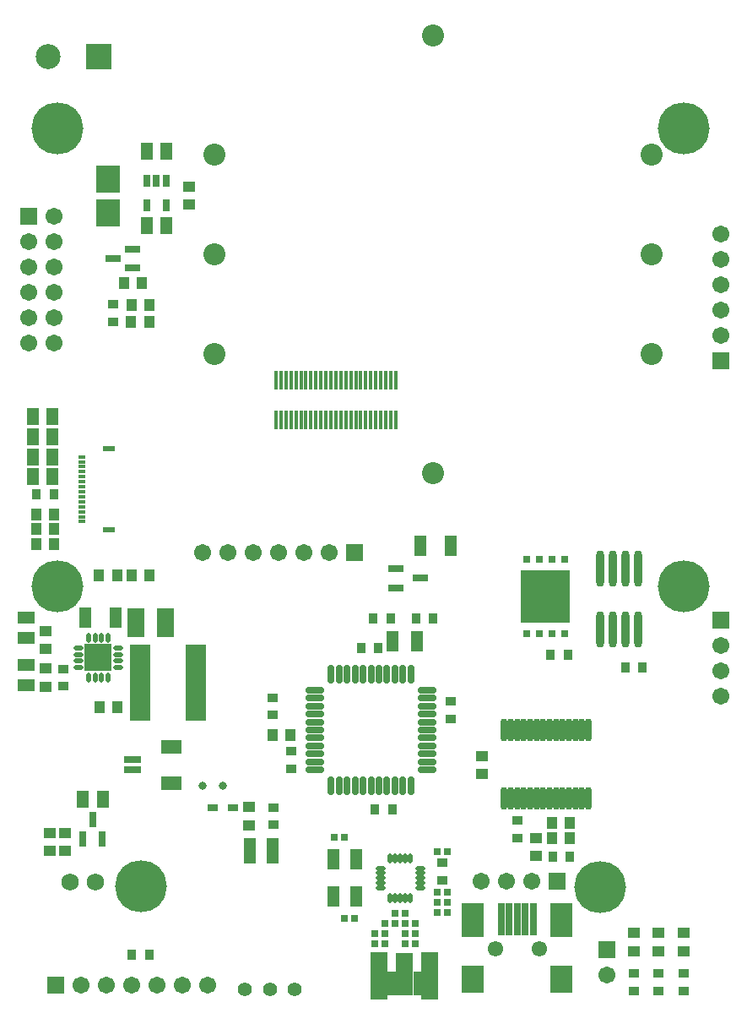
<source format=gts>
%FSLAX25Y25*%
%MOIN*%
G70*
G01*
G75*
G04 Layer_Color=8388736*
%ADD10R,0.03740X0.03150*%
%ADD11R,0.04134X0.05906*%
%ADD12R,0.02362X0.04134*%
%ADD13R,0.03543X0.02953*%
%ADD14R,0.07087X0.29528*%
%ADD15O,0.01378X0.03150*%
%ADD16O,0.03150X0.01378*%
%ADD17R,0.09843X0.09843*%
%ADD18R,0.01969X0.12205*%
%ADD19R,0.07874X0.09843*%
%ADD20R,0.07874X0.12992*%
%ADD21R,0.02362X0.05512*%
%ADD22R,0.04331X0.05709*%
%ADD23R,0.00984X0.07087*%
%ADD24O,0.06890X0.02165*%
%ADD25O,0.02165X0.06890*%
%ADD26R,0.02953X0.03543*%
%ADD27R,0.03150X0.03740*%
%ADD28R,0.04331X0.07480*%
%ADD29R,0.05709X0.04331*%
%ADD30R,0.04134X0.07087*%
%ADD31R,0.03937X0.09055*%
%ADD32R,0.05512X0.02362*%
%ADD33R,0.04331X0.07480*%
%ADD34O,0.03150X0.01181*%
%ADD35O,0.01181X0.03150*%
%ADD36R,0.02362X0.02362*%
%ADD37R,0.03937X0.01181*%
%ADD38R,0.02756X0.01181*%
%ADD39R,0.07087X0.04724*%
%ADD40R,0.06102X0.02362*%
%ADD41R,0.05906X0.11024*%
%ADD42R,0.03150X0.01969*%
%ADD43R,0.04134X0.08661*%
%ADD44R,0.05906X0.17716*%
%ADD45R,0.05906X0.16142*%
%ADD46O,0.01772X0.08268*%
%ADD47O,0.02362X0.13583*%
%ADD48R,0.18898X0.20315*%
%ADD49R,0.01969X0.02362*%
%ADD50R,0.05315X0.02362*%
%ADD51R,0.08465X0.09843*%
%ADD52C,0.01200*%
%ADD53C,0.02000*%
%ADD54C,0.01200*%
%ADD55C,0.03000*%
%ADD56C,0.00800*%
%ADD57C,0.01000*%
%ADD58C,0.04000*%
%ADD59C,0.01500*%
%ADD60R,0.07569X0.07569*%
%ADD61R,0.03937X0.04715*%
%ADD62R,0.07776X0.02559*%
%ADD63R,0.16929X0.07087*%
%ADD64R,0.04134X0.11614*%
%ADD65R,0.01705X0.00581*%
%ADD66R,0.01705X0.01280*%
%ADD67R,0.00239X0.00358*%
%ADD68R,0.00342X0.00386*%
%ADD69R,0.00342X0.00386*%
%ADD70R,0.00239X0.00358*%
%ADD71R,0.00280X0.00186*%
%ADD72R,0.00441X0.00236*%
%ADD73R,0.00248X0.00441*%
%ADD74R,0.00262X0.00395*%
%ADD75R,0.00286X0.00429*%
%ADD76R,0.02142X0.00344*%
%ADD77R,0.04702X0.00344*%
%ADD78C,0.04724*%
%ADD79C,0.05906*%
%ADD80R,0.05906X0.05906*%
%ADD81C,0.05315*%
%ADD82C,0.06000*%
%ADD83C,0.07874*%
%ADD84C,0.19685*%
%ADD85R,0.05906X0.05906*%
%ADD86C,0.09055*%
%ADD87R,0.09055X0.09055*%
%ADD88C,0.02400*%
%ADD89C,0.04800*%
%ADD90C,0.00984*%
%ADD91C,0.00400*%
%ADD92C,0.02362*%
%ADD93C,0.00787*%
%ADD94C,0.00700*%
%ADD95C,0.01969*%
%ADD96C,0.00492*%
%ADD97C,0.00591*%
%ADD98R,0.02165X0.06299*%
%ADD99R,0.02165X0.10236*%
%ADD100R,0.04540X0.03950*%
%ADD101R,0.04934X0.06706*%
%ADD102R,0.03162X0.04934*%
%ADD103R,0.04343X0.03753*%
%ADD104R,0.07887X0.30328*%
%ADD105O,0.02158X0.03930*%
%ADD106O,0.03930X0.02158*%
%ADD107R,0.10642X0.10642*%
%ADD108R,0.02749X0.12985*%
%ADD109R,0.08674X0.10642*%
%ADD110R,0.08674X0.13792*%
%ADD111R,0.03162X0.06312*%
%ADD112R,0.05131X0.06509*%
%ADD113R,0.01564X0.07667*%
%ADD114O,0.07470X0.02745*%
%ADD115O,0.02745X0.07470*%
%ADD116R,0.03753X0.04343*%
%ADD117R,0.03950X0.04540*%
%ADD118R,0.05131X0.08280*%
%ADD119R,0.06509X0.05131*%
%ADD120R,0.04934X0.07887*%
%ADD121R,0.04737X0.09855*%
%ADD122R,0.06312X0.03162*%
%ADD123R,0.05131X0.08280*%
%ADD124O,0.03950X0.01981*%
%ADD125O,0.01981X0.03950*%
%ADD126R,0.03162X0.03162*%
%ADD127R,0.04737X0.01981*%
%ADD128R,0.03136X0.01561*%
%ADD129R,0.07887X0.05524*%
%ADD130R,0.06902X0.03162*%
%ADD131R,0.06706X0.11824*%
%ADD132R,0.03950X0.02769*%
%ADD133R,0.04934X0.09461*%
%ADD134R,0.06706X0.18517*%
%ADD135R,0.06706X0.16942*%
%ADD136O,0.02572X0.09068*%
%ADD137O,0.03162X0.14383*%
%ADD138R,0.19698X0.21115*%
%ADD139R,0.02769X0.03162*%
%ADD140R,0.06115X0.03162*%
%ADD141R,0.09265X0.10642*%
%ADD142C,0.05524*%
%ADD143C,0.06706*%
%ADD144R,0.06706X0.06706*%
%ADD145C,0.06115*%
%ADD146C,0.06800*%
%ADD147C,0.08674*%
%ADD148C,0.20485*%
%ADD149R,0.06706X0.06706*%
%ADD150C,0.09855*%
%ADD151R,0.09855X0.09855*%
%ADD152C,0.03200*%
D100*
X1254331Y1502658D02*
D03*
Y1495571D02*
D03*
X1449803Y1208268D02*
D03*
Y1201181D02*
D03*
X1199409Y1247736D02*
D03*
Y1240650D02*
D03*
X1439862Y1201181D02*
D03*
Y1208268D02*
D03*
X1430020Y1201181D02*
D03*
Y1208268D02*
D03*
X1391535Y1245788D02*
D03*
Y1238701D02*
D03*
X1370079Y1271063D02*
D03*
Y1278150D02*
D03*
X1197933Y1305512D02*
D03*
Y1312598D02*
D03*
Y1320276D02*
D03*
Y1327362D02*
D03*
X1277953Y1257972D02*
D03*
Y1250886D02*
D03*
X1205315Y1240650D02*
D03*
Y1247736D02*
D03*
D101*
X1245374Y1516831D02*
D03*
X1237697D02*
D03*
X1245374Y1487303D02*
D03*
X1237697D02*
D03*
X1200492Y1411909D02*
D03*
X1192815D02*
D03*
X1200492Y1404035D02*
D03*
X1192815D02*
D03*
X1200492Y1396161D02*
D03*
X1192815D02*
D03*
X1200492Y1388287D02*
D03*
X1192815D02*
D03*
D102*
X1245276Y1495276D02*
D03*
X1237795D02*
D03*
Y1504921D02*
D03*
X1241535D02*
D03*
X1245276D02*
D03*
D103*
X1449803Y1185532D02*
D03*
Y1192421D02*
D03*
X1224606Y1456299D02*
D03*
Y1449409D02*
D03*
X1357776Y1299705D02*
D03*
Y1292815D02*
D03*
X1287598Y1294291D02*
D03*
Y1301181D02*
D03*
X1294783Y1273130D02*
D03*
Y1280020D02*
D03*
X1430020Y1185532D02*
D03*
Y1192421D02*
D03*
X1439862Y1185532D02*
D03*
Y1192421D02*
D03*
X1383957Y1252579D02*
D03*
Y1245689D02*
D03*
X1204823Y1305610D02*
D03*
Y1312500D02*
D03*
X1287795Y1250984D02*
D03*
Y1257874D02*
D03*
X1354331Y1229004D02*
D03*
Y1235894D02*
D03*
D104*
X1235138Y1307087D02*
D03*
X1257185D02*
D03*
D105*
X1222441Y1324803D02*
D03*
X1219882D02*
D03*
X1217323D02*
D03*
X1214764D02*
D03*
Y1309055D02*
D03*
X1217323D02*
D03*
X1219882D02*
D03*
X1222441D02*
D03*
D106*
X1210728Y1320768D02*
D03*
Y1318209D02*
D03*
Y1315650D02*
D03*
Y1313091D02*
D03*
X1226476D02*
D03*
Y1315650D02*
D03*
Y1318209D02*
D03*
Y1320768D02*
D03*
D107*
X1218602Y1316929D02*
D03*
D108*
X1377755Y1213799D02*
D03*
X1380905D02*
D03*
X1384055D02*
D03*
X1387204D02*
D03*
X1390354D02*
D03*
D109*
X1401574Y1190177D02*
D03*
X1366535D02*
D03*
D110*
Y1213405D02*
D03*
X1401574D02*
D03*
D111*
X1212598Y1245472D02*
D03*
X1220079D02*
D03*
X1216339Y1252953D02*
D03*
D112*
X1220276Y1261024D02*
D03*
X1212402D02*
D03*
D113*
X1336024Y1426378D02*
D03*
X1334055D02*
D03*
X1332087D02*
D03*
X1330118D02*
D03*
X1328150D02*
D03*
X1326181D02*
D03*
X1324213D02*
D03*
X1322244D02*
D03*
X1320276D02*
D03*
X1318307D02*
D03*
X1316339D02*
D03*
X1314370D02*
D03*
X1312402D02*
D03*
X1310433D02*
D03*
X1308465D02*
D03*
X1306496D02*
D03*
X1304527D02*
D03*
X1302559D02*
D03*
X1300591D02*
D03*
X1298622D02*
D03*
X1296653D02*
D03*
X1294685D02*
D03*
X1292717D02*
D03*
X1290748D02*
D03*
X1288780D02*
D03*
X1336024Y1410630D02*
D03*
X1334055D02*
D03*
X1332087D02*
D03*
X1330118D02*
D03*
X1328150D02*
D03*
X1326181D02*
D03*
X1324213D02*
D03*
X1322244D02*
D03*
X1320276D02*
D03*
X1318307D02*
D03*
X1316339D02*
D03*
X1314370D02*
D03*
X1312401D02*
D03*
X1310433D02*
D03*
X1308465D02*
D03*
X1306496D02*
D03*
X1304527D02*
D03*
X1302559D02*
D03*
X1300591D02*
D03*
X1298622D02*
D03*
X1296653D02*
D03*
X1294685D02*
D03*
X1292717D02*
D03*
X1290748D02*
D03*
X1288780D02*
D03*
D114*
X1304134Y1304134D02*
D03*
Y1300984D02*
D03*
Y1297835D02*
D03*
Y1294685D02*
D03*
Y1291535D02*
D03*
Y1288386D02*
D03*
Y1285236D02*
D03*
Y1282087D02*
D03*
Y1278937D02*
D03*
Y1275787D02*
D03*
Y1272638D02*
D03*
X1348425D02*
D03*
Y1275787D02*
D03*
Y1278937D02*
D03*
Y1282087D02*
D03*
Y1285236D02*
D03*
Y1288386D02*
D03*
Y1291535D02*
D03*
Y1294685D02*
D03*
Y1297835D02*
D03*
Y1300984D02*
D03*
Y1304134D02*
D03*
D115*
X1310532Y1266240D02*
D03*
X1313681D02*
D03*
X1316831D02*
D03*
X1319980D02*
D03*
X1323130D02*
D03*
X1326280D02*
D03*
X1329429D02*
D03*
X1332579D02*
D03*
X1335728D02*
D03*
X1338878D02*
D03*
X1342028D02*
D03*
Y1310532D02*
D03*
X1338878D02*
D03*
X1335728D02*
D03*
X1332579D02*
D03*
X1329429D02*
D03*
X1326280D02*
D03*
X1323130D02*
D03*
X1319980D02*
D03*
X1316831D02*
D03*
X1313681D02*
D03*
X1310532D02*
D03*
D116*
X1350886Y1332382D02*
D03*
X1343996D02*
D03*
X1327264D02*
D03*
X1334154D02*
D03*
X1322342Y1320866D02*
D03*
X1329232D02*
D03*
X1334646Y1256890D02*
D03*
X1327756D02*
D03*
X1433563Y1312992D02*
D03*
X1426673D02*
D03*
X1404921Y1238504D02*
D03*
X1398032D02*
D03*
X1194193Y1381398D02*
D03*
X1201083D02*
D03*
X1404035Y1317913D02*
D03*
X1397146D02*
D03*
X1231791Y1199803D02*
D03*
X1238681D02*
D03*
D117*
X1287303Y1286417D02*
D03*
X1294390D02*
D03*
X1231693Y1349409D02*
D03*
X1238780D02*
D03*
X1218898D02*
D03*
X1225984D02*
D03*
X1397835Y1251595D02*
D03*
X1404921D02*
D03*
X1404921Y1245689D02*
D03*
X1397835D02*
D03*
X1218996Y1297244D02*
D03*
X1226083D02*
D03*
X1231594Y1449311D02*
D03*
X1238681D02*
D03*
X1231693Y1456102D02*
D03*
X1238780D02*
D03*
X1235827Y1464567D02*
D03*
X1228740D02*
D03*
X1201181Y1361713D02*
D03*
X1194094D02*
D03*
X1201181Y1367618D02*
D03*
X1194094D02*
D03*
X1201181Y1373524D02*
D03*
X1194094D02*
D03*
D118*
X1334646Y1323524D02*
D03*
X1344488D02*
D03*
D119*
X1190059Y1324803D02*
D03*
Y1332677D02*
D03*
Y1306102D02*
D03*
Y1313976D02*
D03*
D120*
X1225591Y1332677D02*
D03*
X1213583D02*
D03*
X1345768Y1361024D02*
D03*
X1357776D02*
D03*
D121*
X1287303Y1240650D02*
D03*
X1278445D02*
D03*
D122*
X1232087Y1470669D02*
D03*
Y1478150D02*
D03*
X1224606Y1474409D02*
D03*
D123*
X1320358Y1222665D02*
D03*
Y1237232D02*
D03*
X1311303D02*
D03*
Y1222665D02*
D03*
D124*
X1345705Y1233886D02*
D03*
Y1231917D02*
D03*
Y1229949D02*
D03*
Y1227980D02*
D03*
Y1226012D02*
D03*
X1329957D02*
D03*
Y1227980D02*
D03*
Y1229949D02*
D03*
Y1231917D02*
D03*
Y1233886D02*
D03*
D125*
X1341768Y1222075D02*
D03*
X1339799D02*
D03*
X1337831D02*
D03*
X1335862D02*
D03*
X1333894D02*
D03*
Y1237823D02*
D03*
X1335862D02*
D03*
X1337831D02*
D03*
X1339799D02*
D03*
X1341768D02*
D03*
D126*
X1352362Y1216449D02*
D03*
X1356299D02*
D03*
X1335799Y1211949D02*
D03*
X1331862D02*
D03*
X1335862Y1215949D02*
D03*
X1339799D02*
D03*
X1339862Y1211949D02*
D03*
X1343799D02*
D03*
X1319799Y1213949D02*
D03*
X1315862D02*
D03*
X1311862Y1245949D02*
D03*
X1315799D02*
D03*
X1327862Y1207949D02*
D03*
X1331799D02*
D03*
X1327862Y1203949D02*
D03*
X1331799D02*
D03*
X1343799D02*
D03*
X1339862D02*
D03*
Y1207949D02*
D03*
X1343799D02*
D03*
X1356299Y1220449D02*
D03*
X1352362D02*
D03*
X1356299Y1224449D02*
D03*
X1352362D02*
D03*
X1356299Y1240449D02*
D03*
X1352362D02*
D03*
D127*
X1222638Y1367461D02*
D03*
Y1399272D02*
D03*
D128*
X1212205Y1396161D02*
D03*
Y1394193D02*
D03*
Y1392224D02*
D03*
Y1390256D02*
D03*
Y1388287D02*
D03*
Y1386319D02*
D03*
Y1384350D02*
D03*
Y1382382D02*
D03*
Y1380413D02*
D03*
Y1378445D02*
D03*
Y1376476D02*
D03*
Y1374508D02*
D03*
Y1372539D02*
D03*
Y1370571D02*
D03*
D129*
X1247441Y1267520D02*
D03*
Y1281693D02*
D03*
D130*
X1232185Y1276575D02*
D03*
Y1272638D02*
D03*
D131*
X1233563Y1330709D02*
D03*
X1244980D02*
D03*
D132*
X1263780Y1257874D02*
D03*
X1271653D02*
D03*
D133*
X1345402Y1188284D02*
D03*
X1333787D02*
D03*
D134*
X1329595Y1191268D02*
D03*
X1349594D02*
D03*
D135*
X1339594Y1192055D02*
D03*
D136*
X1412106Y1288406D02*
D03*
X1409547D02*
D03*
X1406988D02*
D03*
X1404429D02*
D03*
X1401870D02*
D03*
X1399311D02*
D03*
X1396752D02*
D03*
X1394193D02*
D03*
X1391634D02*
D03*
X1389075D02*
D03*
X1386516D02*
D03*
X1383957D02*
D03*
X1381398D02*
D03*
X1378839D02*
D03*
X1412106Y1261240D02*
D03*
X1409547D02*
D03*
X1406988D02*
D03*
X1404429D02*
D03*
X1401870D02*
D03*
X1399311D02*
D03*
X1396752D02*
D03*
X1394193D02*
D03*
X1391634D02*
D03*
X1389075D02*
D03*
X1386516D02*
D03*
X1383957D02*
D03*
X1381398D02*
D03*
X1378839D02*
D03*
D137*
X1431905Y1352083D02*
D03*
X1426906D02*
D03*
X1421906D02*
D03*
X1416905D02*
D03*
X1431905Y1328067D02*
D03*
X1426906D02*
D03*
X1421906D02*
D03*
X1416905D02*
D03*
D138*
X1395177Y1341043D02*
D03*
D139*
X1387677Y1326476D02*
D03*
X1392677D02*
D03*
X1397677D02*
D03*
X1402677Y1355610D02*
D03*
X1387677D02*
D03*
X1392677D02*
D03*
X1397677D02*
D03*
X1402677Y1326476D02*
D03*
D140*
X1345768Y1348228D02*
D03*
X1336122Y1344488D02*
D03*
Y1351968D02*
D03*
D141*
X1222441Y1492224D02*
D03*
Y1505807D02*
D03*
D142*
X1286417Y1186024D02*
D03*
X1276575D02*
D03*
X1296260D02*
D03*
D143*
X1369803Y1228563D02*
D03*
X1379803D02*
D03*
X1389803D02*
D03*
X1200945Y1491142D02*
D03*
X1190945Y1481142D02*
D03*
X1200945D02*
D03*
X1190945Y1471142D02*
D03*
X1200945D02*
D03*
X1190945Y1461142D02*
D03*
X1200945D02*
D03*
X1190945Y1451142D02*
D03*
X1200945D02*
D03*
X1190945Y1441142D02*
D03*
X1200945D02*
D03*
X1464567Y1321693D02*
D03*
Y1311693D02*
D03*
Y1301693D02*
D03*
X1299882Y1358268D02*
D03*
X1309882D02*
D03*
X1289882D02*
D03*
X1279882D02*
D03*
X1269882D02*
D03*
X1259882D02*
D03*
X1419291Y1191772D02*
D03*
X1221732Y1187638D02*
D03*
X1211732D02*
D03*
X1231732D02*
D03*
X1241732D02*
D03*
X1251732D02*
D03*
X1261732D02*
D03*
X1464567Y1484055D02*
D03*
Y1474055D02*
D03*
Y1464055D02*
D03*
Y1454055D02*
D03*
Y1444055D02*
D03*
D144*
X1399803Y1228563D02*
D03*
X1319882Y1358268D02*
D03*
X1201732Y1187638D02*
D03*
D145*
X1375394Y1201988D02*
D03*
X1392717D02*
D03*
D146*
X1207402Y1228543D02*
D03*
X1217402D02*
D03*
D147*
X1264370Y1515354D02*
D03*
Y1436614D02*
D03*
X1437205D02*
D03*
Y1515354D02*
D03*
Y1475984D02*
D03*
X1264370D02*
D03*
X1350787Y1562402D02*
D03*
Y1389567D02*
D03*
D148*
X1449646Y1345000D02*
D03*
X1416732Y1226339D02*
D03*
X1235512Y1226634D02*
D03*
X1202598Y1525669D02*
D03*
Y1345079D02*
D03*
X1449646Y1525669D02*
D03*
D149*
X1190945Y1491142D02*
D03*
X1464567Y1331693D02*
D03*
X1419291Y1201772D02*
D03*
X1464567Y1434055D02*
D03*
D150*
X1198661Y1554134D02*
D03*
D151*
X1218661D02*
D03*
D152*
X1259842Y1266339D02*
D03*
X1267717D02*
D03*
X1221358Y1319685D02*
D03*
Y1314173D02*
D03*
X1215847D02*
D03*
Y1319685D02*
D03*
M02*

</source>
